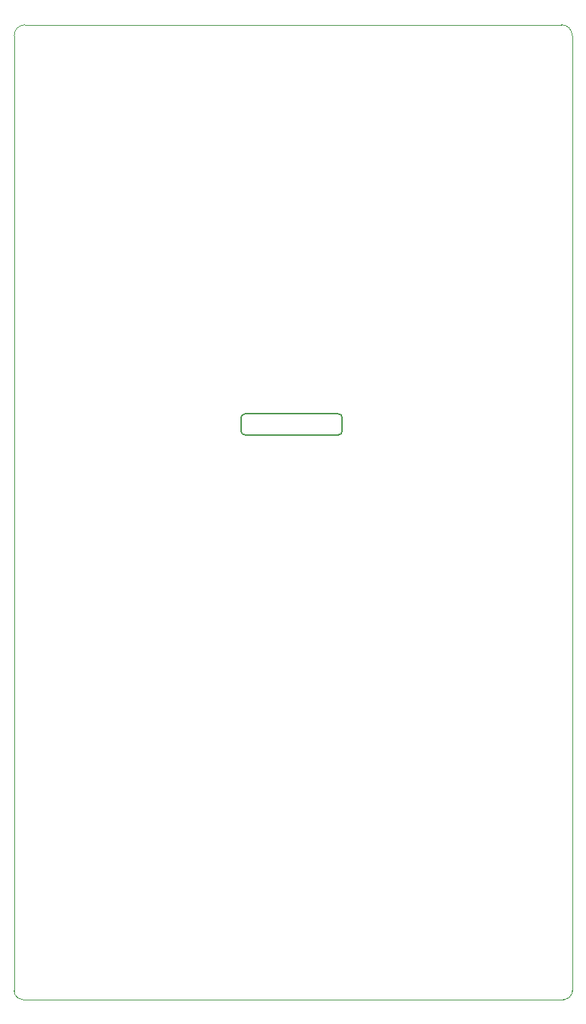
<source format=gbr>
%TF.GenerationSoftware,KiCad,Pcbnew,(5.1.12)-1*%
%TF.CreationDate,2022-02-12T22:16:26+01:00*%
%TF.ProjectId,MemoryBrakout,4d656d6f-7279-4427-9261-6b6f75742e6b,rev?*%
%TF.SameCoordinates,Original*%
%TF.FileFunction,Profile,NP*%
%FSLAX46Y46*%
G04 Gerber Fmt 4.6, Leading zero omitted, Abs format (unit mm)*
G04 Created by KiCad (PCBNEW (5.1.12)-1) date 2022-02-12 22:16:26*
%MOMM*%
%LPD*%
G01*
G04 APERTURE LIST*
%TA.AperFunction,Profile*%
%ADD10C,0.050000*%
%TD*%
%TA.AperFunction,Profile*%
%ADD11C,0.200000*%
%TD*%
G04 APERTURE END LIST*
D10*
X149606000Y-163576000D02*
G75*
G02*
X148590000Y-162560000I0J1016000D01*
G01*
X214630000Y-162560000D02*
G75*
G02*
X213614000Y-163576000I-1016000J0D01*
G01*
X149606000Y-163576000D02*
X213614000Y-163576000D01*
X148590000Y-114300000D02*
X148590000Y-162560000D01*
X214630000Y-114300000D02*
X214630000Y-162560000D01*
X213360000Y-48260000D02*
G75*
G02*
X214630000Y-49530000I0J-1270000D01*
G01*
X148590000Y-49530000D02*
G75*
G02*
X149860000Y-48260000I1270000J0D01*
G01*
X148590000Y-49530000D02*
X148590000Y-114300000D01*
X214630000Y-49530000D02*
X214630000Y-114300000D01*
X149860000Y-48260000D02*
X213360000Y-48260000D01*
D11*
%TO.C,U101*%
X175921000Y-96787700D02*
X186921000Y-96787700D01*
X175421000Y-96287700D02*
X175421000Y-94787700D01*
X175921000Y-94287700D02*
X186921000Y-94287700D01*
X187421000Y-96287700D02*
X187421000Y-94787700D01*
X187421000Y-96287700D02*
G75*
G02*
X186921000Y-96787700I-500000J0D01*
G01*
X175921000Y-96787700D02*
G75*
G02*
X175421000Y-96287700I0J500000D01*
G01*
X175421000Y-94787700D02*
G75*
G02*
X175921000Y-94287700I500000J0D01*
G01*
X186921000Y-94287700D02*
G75*
G02*
X187421000Y-94787700I0J-500000D01*
G01*
%TD*%
M02*

</source>
